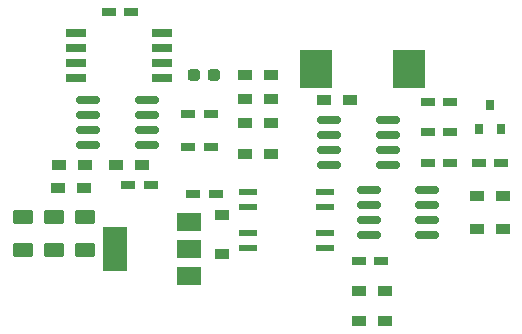
<source format=gtp>
G04 #@! TF.GenerationSoftware,KiCad,Pcbnew,7.0.1-3b83917a11~172~ubuntu20.04.1*
G04 #@! TF.CreationDate,2023-03-25T03:05:00+01:00*
G04 #@! TF.ProjectId,C64Saver2-addon,43363453-6176-4657-9232-2d6164646f6e,1.4*
G04 #@! TF.SameCoordinates,Original*
G04 #@! TF.FileFunction,Paste,Top*
G04 #@! TF.FilePolarity,Positive*
%FSLAX46Y46*%
G04 Gerber Fmt 4.6, Leading zero omitted, Abs format (unit mm)*
G04 Created by KiCad (PCBNEW 7.0.1-3b83917a11~172~ubuntu20.04.1) date 2023-03-25 03:05:00*
%MOMM*%
%LPD*%
G01*
G04 APERTURE LIST*
G04 Aperture macros list*
%AMRoundRect*
0 Rectangle with rounded corners*
0 $1 Rounding radius*
0 $2 $3 $4 $5 $6 $7 $8 $9 X,Y pos of 4 corners*
0 Add a 4 corners polygon primitive as box body*
4,1,4,$2,$3,$4,$5,$6,$7,$8,$9,$2,$3,0*
0 Add four circle primitives for the rounded corners*
1,1,$1+$1,$2,$3*
1,1,$1+$1,$4,$5*
1,1,$1+$1,$6,$7*
1,1,$1+$1,$8,$9*
0 Add four rect primitives between the rounded corners*
20,1,$1+$1,$2,$3,$4,$5,0*
20,1,$1+$1,$4,$5,$6,$7,0*
20,1,$1+$1,$6,$7,$8,$9,0*
20,1,$1+$1,$8,$9,$2,$3,0*%
G04 Aperture macros list end*
%ADD10R,1.200000X0.750000*%
%ADD11R,1.200000X0.900000*%
%ADD12RoundRect,0.137500X-0.662500X-0.137500X0.662500X-0.137500X0.662500X0.137500X-0.662500X0.137500X0*%
%ADD13RoundRect,0.137500X0.662500X0.137500X-0.662500X0.137500X-0.662500X-0.137500X0.662500X-0.137500X0*%
%ADD14R,0.800000X0.900000*%
%ADD15R,2.700000X3.200000*%
%ADD16RoundRect,0.250000X0.625000X-0.375000X0.625000X0.375000X-0.625000X0.375000X-0.625000X-0.375000X0*%
%ADD17R,2.000000X1.500000*%
%ADD18R,2.000000X3.800000*%
%ADD19RoundRect,0.150000X-0.825000X-0.150000X0.825000X-0.150000X0.825000X0.150000X-0.825000X0.150000X0*%
%ADD20R,1.700000X0.650000*%
%ADD21RoundRect,0.237500X0.287500X0.237500X-0.287500X0.237500X-0.287500X-0.237500X0.287500X-0.237500X0*%
G04 APERTURE END LIST*
D10*
X176598500Y-95059500D03*
X178498500Y-95059500D03*
D11*
X150200000Y-97790000D03*
X152400000Y-97790000D03*
X161096600Y-96850200D03*
X163296600Y-96850200D03*
X170010000Y-92329000D03*
X167810000Y-92329000D03*
D10*
X158242000Y-93472000D03*
X156342000Y-93472000D03*
D11*
X163322000Y-90170000D03*
X161122000Y-90170000D03*
X180743500Y-100457000D03*
X182943500Y-100457000D03*
X147574000Y-97790000D03*
X145374000Y-97790000D03*
X180743500Y-103251000D03*
X182943500Y-103251000D03*
X172974000Y-108458000D03*
X170774000Y-108458000D03*
X172974000Y-110998000D03*
X170774000Y-110998000D03*
D12*
X161418200Y-103530400D03*
X161418200Y-104800400D03*
X167918200Y-104800400D03*
X167918200Y-103530400D03*
D13*
X167917000Y-101396800D03*
X167917000Y-100126800D03*
X161417000Y-100126800D03*
X161417000Y-101396800D03*
D10*
X158242000Y-96266000D03*
X156342000Y-96266000D03*
X151262000Y-99542600D03*
X153162000Y-99542600D03*
X178498500Y-92456000D03*
X176598500Y-92456000D03*
X180916500Y-97663000D03*
X182816500Y-97663000D03*
X176598500Y-97663000D03*
X178498500Y-97663000D03*
X170754000Y-105918000D03*
X172654000Y-105918000D03*
D14*
X180916500Y-94742000D03*
X182816500Y-94742000D03*
X181866500Y-92742000D03*
D10*
X158648400Y-100304600D03*
X156748400Y-100304600D03*
X151506000Y-84836000D03*
X149606000Y-84836000D03*
D11*
X145331000Y-99745800D03*
X147531000Y-99745800D03*
D15*
X167106000Y-89662000D03*
X175006000Y-89662000D03*
D11*
X161122000Y-94234000D03*
X163322000Y-94234000D03*
X163322000Y-92202000D03*
X161122000Y-92202000D03*
D16*
X142316000Y-104984000D03*
X142316000Y-102184000D03*
X147599400Y-104984000D03*
X147599400Y-102184000D03*
X144983200Y-104984000D03*
X144983200Y-102184000D03*
D17*
X156414000Y-107202000D03*
X156414000Y-104902000D03*
D18*
X150114000Y-104902000D03*
D17*
X156414000Y-102602000D03*
D11*
X159156400Y-102069900D03*
X159156400Y-105369900D03*
D19*
X168249600Y-93967300D03*
X168249600Y-95237300D03*
X168249600Y-96507300D03*
X168249600Y-97777300D03*
X173199600Y-97777300D03*
X173199600Y-96507300D03*
X173199600Y-95237300D03*
X173199600Y-93967300D03*
X171615100Y-99936300D03*
X171615100Y-101206300D03*
X171615100Y-102476300D03*
X171615100Y-103746300D03*
X176565100Y-103746300D03*
X176565100Y-102476300D03*
X176565100Y-101206300D03*
X176565100Y-99936300D03*
D20*
X146812000Y-86614000D03*
X146812000Y-87884000D03*
X146812000Y-89154000D03*
X146812000Y-90424000D03*
X154112000Y-90424000D03*
X154112000Y-89154000D03*
X154112000Y-87884000D03*
X154112000Y-86614000D03*
D19*
X147878800Y-92329000D03*
X147878800Y-93599000D03*
X147878800Y-94869000D03*
X147878800Y-96139000D03*
X152828800Y-96139000D03*
X152828800Y-94869000D03*
X152828800Y-93599000D03*
X152828800Y-92329000D03*
D21*
X158525000Y-90170000D03*
X156775000Y-90170000D03*
M02*

</source>
